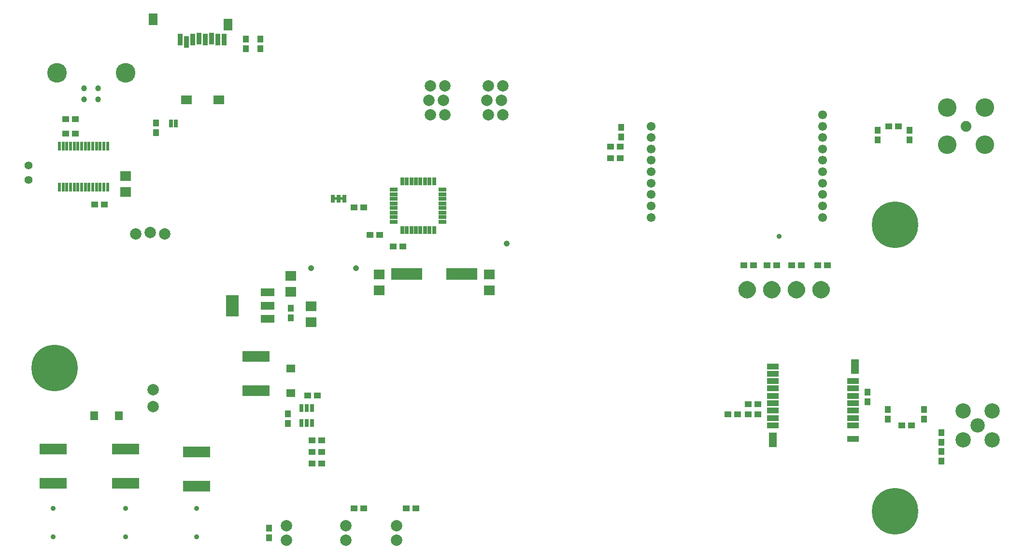
<source format=gbr>
G04 EAGLE Gerber RS-274X export*
G75*
%MOMM*%
%FSLAX34Y34*%
%LPD*%
%INSoldermask Top*%
%IPPOS*%
%AMOC8*
5,1,8,0,0,1.08239X$1,22.5*%
G01*
%ADD10R,1.227000X1.127000*%
%ADD11C,0.894081*%
%ADD12C,0.900000*%
%ADD13R,1.927000X1.727000*%
%ADD14R,1.127000X1.227000*%
%ADD15R,1.597000X1.397000*%
%ADD16R,0.527000X1.627000*%
%ADD17C,2.006600*%
%ADD18R,0.762000X1.397000*%
%ADD19R,4.827000X1.877000*%
%ADD20C,1.397000*%
%ADD21C,3.443000*%
%ADD22C,1.027000*%
%ADD23R,0.677000X1.327000*%
%ADD24C,1.549400*%
%ADD25R,2.362200X1.346200*%
%ADD26R,2.327000X3.727000*%
%ADD27R,1.397000X1.597000*%
%ADD28R,2.127000X1.047000*%
%ADD29R,1.427000X2.527000*%
%ADD30R,0.685800X1.397000*%
%ADD31R,1.397000X0.685800*%
%ADD32R,5.461000X2.057400*%
%ADD33C,3.253000*%
%ADD34C,1.882000*%
%ADD35C,2.527000*%
%ADD36C,2.677000*%
%ADD37R,1.527000X2.027000*%
%ADD38R,0.927000X2.127000*%
%ADD39R,1.927000X1.527000*%
%ADD40C,0.881000*%
%ADD41C,1.041400*%
%ADD42C,8.128000*%

G36*
X1371630Y459898D02*
X1371630Y459898D01*
X1371733Y459922D01*
X1371804Y459929D01*
X1374209Y460574D01*
X1374307Y460615D01*
X1374376Y460634D01*
X1376633Y461687D01*
X1376721Y461744D01*
X1376786Y461775D01*
X1378826Y463203D01*
X1378904Y463276D01*
X1378962Y463317D01*
X1380723Y465078D01*
X1380732Y465090D01*
X1380735Y465093D01*
X1380746Y465109D01*
X1380786Y465163D01*
X1380837Y465214D01*
X1382265Y467254D01*
X1382307Y467336D01*
X1382323Y467360D01*
X1382324Y467365D01*
X1382353Y467407D01*
X1383406Y469664D01*
X1383437Y469766D01*
X1383467Y469831D01*
X1384111Y472236D01*
X1384124Y472341D01*
X1384142Y472411D01*
X1384359Y474892D01*
X1384353Y474997D01*
X1384359Y475069D01*
X1384142Y477550D01*
X1384118Y477653D01*
X1384111Y477724D01*
X1383467Y480129D01*
X1383425Y480227D01*
X1383406Y480296D01*
X1382353Y482553D01*
X1382296Y482641D01*
X1382265Y482706D01*
X1380837Y484746D01*
X1380764Y484824D01*
X1380723Y484882D01*
X1378962Y486643D01*
X1378877Y486706D01*
X1378826Y486757D01*
X1376786Y488185D01*
X1376692Y488233D01*
X1376633Y488273D01*
X1374376Y489326D01*
X1374274Y489357D01*
X1374209Y489387D01*
X1371804Y490031D01*
X1371699Y490044D01*
X1371630Y490062D01*
X1369149Y490279D01*
X1369043Y490273D01*
X1368972Y490279D01*
X1366491Y490062D01*
X1366388Y490038D01*
X1366316Y490031D01*
X1363911Y489387D01*
X1363813Y489345D01*
X1363744Y489326D01*
X1361487Y488273D01*
X1361399Y488216D01*
X1361334Y488185D01*
X1359294Y486757D01*
X1359216Y486684D01*
X1359158Y486643D01*
X1357397Y484882D01*
X1357334Y484797D01*
X1357283Y484746D01*
X1355855Y482706D01*
X1355807Y482612D01*
X1355767Y482553D01*
X1354714Y480296D01*
X1354683Y480194D01*
X1354654Y480129D01*
X1354009Y477724D01*
X1353996Y477619D01*
X1353978Y477550D01*
X1353761Y475069D01*
X1353767Y474963D01*
X1353761Y474892D01*
X1353978Y472411D01*
X1354002Y472308D01*
X1354009Y472236D01*
X1354654Y469831D01*
X1354695Y469733D01*
X1354714Y469664D01*
X1355767Y467407D01*
X1355824Y467319D01*
X1355855Y467254D01*
X1357283Y465214D01*
X1357337Y465157D01*
X1357351Y465133D01*
X1357373Y465112D01*
X1357397Y465078D01*
X1359158Y463317D01*
X1359243Y463254D01*
X1359294Y463203D01*
X1361334Y461775D01*
X1361428Y461727D01*
X1361487Y461687D01*
X1363744Y460634D01*
X1363846Y460603D01*
X1363911Y460574D01*
X1366316Y459929D01*
X1366421Y459916D01*
X1366491Y459898D01*
X1368972Y459681D01*
X1369077Y459687D01*
X1369149Y459681D01*
X1371630Y459898D01*
G37*
G36*
X1328450Y459898D02*
X1328450Y459898D01*
X1328553Y459922D01*
X1328624Y459929D01*
X1331029Y460574D01*
X1331127Y460615D01*
X1331196Y460634D01*
X1333453Y461687D01*
X1333541Y461744D01*
X1333606Y461775D01*
X1335646Y463203D01*
X1335724Y463276D01*
X1335782Y463317D01*
X1337543Y465078D01*
X1337552Y465090D01*
X1337555Y465093D01*
X1337566Y465109D01*
X1337606Y465163D01*
X1337657Y465214D01*
X1339085Y467254D01*
X1339127Y467336D01*
X1339143Y467360D01*
X1339144Y467365D01*
X1339173Y467407D01*
X1340226Y469664D01*
X1340257Y469766D01*
X1340287Y469831D01*
X1340931Y472236D01*
X1340944Y472341D01*
X1340962Y472411D01*
X1341179Y474892D01*
X1341173Y474997D01*
X1341179Y475069D01*
X1340962Y477550D01*
X1340938Y477653D01*
X1340931Y477724D01*
X1340287Y480129D01*
X1340245Y480227D01*
X1340226Y480296D01*
X1339173Y482553D01*
X1339116Y482641D01*
X1339085Y482706D01*
X1337657Y484746D01*
X1337584Y484824D01*
X1337543Y484882D01*
X1335782Y486643D01*
X1335697Y486706D01*
X1335646Y486757D01*
X1333606Y488185D01*
X1333512Y488233D01*
X1333453Y488273D01*
X1331196Y489326D01*
X1331094Y489357D01*
X1331029Y489387D01*
X1328624Y490031D01*
X1328519Y490044D01*
X1328450Y490062D01*
X1325969Y490279D01*
X1325863Y490273D01*
X1325792Y490279D01*
X1323311Y490062D01*
X1323208Y490038D01*
X1323136Y490031D01*
X1320731Y489387D01*
X1320633Y489345D01*
X1320564Y489326D01*
X1318307Y488273D01*
X1318219Y488216D01*
X1318154Y488185D01*
X1316114Y486757D01*
X1316036Y486684D01*
X1315978Y486643D01*
X1314217Y484882D01*
X1314154Y484797D01*
X1314103Y484746D01*
X1312675Y482706D01*
X1312627Y482612D01*
X1312587Y482553D01*
X1311534Y480296D01*
X1311503Y480194D01*
X1311474Y480129D01*
X1310829Y477724D01*
X1310816Y477619D01*
X1310798Y477550D01*
X1310581Y475069D01*
X1310587Y474963D01*
X1310581Y474892D01*
X1310798Y472411D01*
X1310822Y472308D01*
X1310829Y472236D01*
X1311474Y469831D01*
X1311515Y469733D01*
X1311534Y469664D01*
X1312587Y467407D01*
X1312644Y467319D01*
X1312675Y467254D01*
X1314103Y465214D01*
X1314157Y465157D01*
X1314171Y465133D01*
X1314193Y465112D01*
X1314217Y465078D01*
X1315978Y463317D01*
X1316063Y463254D01*
X1316114Y463203D01*
X1318154Y461775D01*
X1318248Y461727D01*
X1318307Y461687D01*
X1320564Y460634D01*
X1320666Y460603D01*
X1320731Y460574D01*
X1323136Y459929D01*
X1323241Y459916D01*
X1323311Y459898D01*
X1325792Y459681D01*
X1325897Y459687D01*
X1325969Y459681D01*
X1328450Y459898D01*
G37*
G36*
X1457990Y459898D02*
X1457990Y459898D01*
X1458093Y459922D01*
X1458164Y459929D01*
X1460569Y460574D01*
X1460667Y460615D01*
X1460736Y460634D01*
X1462993Y461687D01*
X1463081Y461744D01*
X1463146Y461775D01*
X1465186Y463203D01*
X1465264Y463276D01*
X1465322Y463317D01*
X1467083Y465078D01*
X1467092Y465090D01*
X1467095Y465093D01*
X1467106Y465109D01*
X1467146Y465163D01*
X1467197Y465214D01*
X1468625Y467254D01*
X1468667Y467336D01*
X1468683Y467360D01*
X1468684Y467365D01*
X1468713Y467407D01*
X1469766Y469664D01*
X1469797Y469766D01*
X1469827Y469831D01*
X1470471Y472236D01*
X1470484Y472341D01*
X1470502Y472411D01*
X1470719Y474892D01*
X1470713Y474997D01*
X1470719Y475069D01*
X1470502Y477550D01*
X1470478Y477653D01*
X1470471Y477724D01*
X1469827Y480129D01*
X1469785Y480227D01*
X1469766Y480296D01*
X1468713Y482553D01*
X1468656Y482641D01*
X1468625Y482706D01*
X1467197Y484746D01*
X1467124Y484824D01*
X1467083Y484882D01*
X1465322Y486643D01*
X1465237Y486706D01*
X1465186Y486757D01*
X1463146Y488185D01*
X1463052Y488233D01*
X1462993Y488273D01*
X1460736Y489326D01*
X1460634Y489357D01*
X1460569Y489387D01*
X1458164Y490031D01*
X1458059Y490044D01*
X1457990Y490062D01*
X1455509Y490279D01*
X1455403Y490273D01*
X1455332Y490279D01*
X1452851Y490062D01*
X1452748Y490038D01*
X1452676Y490031D01*
X1450271Y489387D01*
X1450173Y489345D01*
X1450104Y489326D01*
X1447847Y488273D01*
X1447759Y488216D01*
X1447694Y488185D01*
X1445654Y486757D01*
X1445576Y486684D01*
X1445518Y486643D01*
X1443757Y484882D01*
X1443694Y484797D01*
X1443643Y484746D01*
X1442215Y482706D01*
X1442167Y482612D01*
X1442127Y482553D01*
X1441074Y480296D01*
X1441043Y480194D01*
X1441014Y480129D01*
X1440369Y477724D01*
X1440356Y477619D01*
X1440338Y477550D01*
X1440121Y475069D01*
X1440127Y474963D01*
X1440121Y474892D01*
X1440338Y472411D01*
X1440362Y472308D01*
X1440369Y472236D01*
X1441014Y469831D01*
X1441055Y469733D01*
X1441074Y469664D01*
X1442127Y467407D01*
X1442184Y467319D01*
X1442215Y467254D01*
X1443643Y465214D01*
X1443697Y465157D01*
X1443711Y465133D01*
X1443733Y465112D01*
X1443757Y465078D01*
X1445518Y463317D01*
X1445603Y463254D01*
X1445654Y463203D01*
X1447694Y461775D01*
X1447788Y461727D01*
X1447847Y461687D01*
X1450104Y460634D01*
X1450206Y460603D01*
X1450271Y460574D01*
X1452676Y459929D01*
X1452781Y459916D01*
X1452851Y459898D01*
X1455332Y459681D01*
X1455437Y459687D01*
X1455509Y459681D01*
X1457990Y459898D01*
G37*
G36*
X1414810Y459898D02*
X1414810Y459898D01*
X1414913Y459922D01*
X1414984Y459929D01*
X1417389Y460574D01*
X1417487Y460615D01*
X1417556Y460634D01*
X1419813Y461687D01*
X1419901Y461744D01*
X1419966Y461775D01*
X1422006Y463203D01*
X1422084Y463276D01*
X1422142Y463317D01*
X1423903Y465078D01*
X1423912Y465090D01*
X1423915Y465093D01*
X1423926Y465109D01*
X1423966Y465163D01*
X1424017Y465214D01*
X1425445Y467254D01*
X1425487Y467336D01*
X1425503Y467360D01*
X1425504Y467365D01*
X1425533Y467407D01*
X1426586Y469664D01*
X1426617Y469766D01*
X1426647Y469831D01*
X1427291Y472236D01*
X1427304Y472341D01*
X1427322Y472411D01*
X1427539Y474892D01*
X1427533Y474997D01*
X1427539Y475069D01*
X1427322Y477550D01*
X1427298Y477653D01*
X1427291Y477724D01*
X1426647Y480129D01*
X1426605Y480227D01*
X1426586Y480296D01*
X1425533Y482553D01*
X1425476Y482641D01*
X1425445Y482706D01*
X1424017Y484746D01*
X1423944Y484824D01*
X1423903Y484882D01*
X1422142Y486643D01*
X1422057Y486706D01*
X1422006Y486757D01*
X1419966Y488185D01*
X1419872Y488233D01*
X1419813Y488273D01*
X1417556Y489326D01*
X1417454Y489357D01*
X1417389Y489387D01*
X1414984Y490031D01*
X1414879Y490044D01*
X1414810Y490062D01*
X1412329Y490279D01*
X1412223Y490273D01*
X1412152Y490279D01*
X1409671Y490062D01*
X1409568Y490038D01*
X1409496Y490031D01*
X1407091Y489387D01*
X1406993Y489345D01*
X1406924Y489326D01*
X1404667Y488273D01*
X1404579Y488216D01*
X1404514Y488185D01*
X1402474Y486757D01*
X1402396Y486684D01*
X1402338Y486643D01*
X1400577Y484882D01*
X1400514Y484797D01*
X1400463Y484746D01*
X1399035Y482706D01*
X1398987Y482612D01*
X1398947Y482553D01*
X1397894Y480296D01*
X1397863Y480194D01*
X1397834Y480129D01*
X1397189Y477724D01*
X1397176Y477619D01*
X1397158Y477550D01*
X1396941Y475069D01*
X1396947Y474963D01*
X1396941Y474892D01*
X1397158Y472411D01*
X1397182Y472308D01*
X1397189Y472236D01*
X1397834Y469831D01*
X1397875Y469733D01*
X1397894Y469664D01*
X1398947Y467407D01*
X1399004Y467319D01*
X1399035Y467254D01*
X1400463Y465214D01*
X1400517Y465157D01*
X1400531Y465133D01*
X1400553Y465112D01*
X1400577Y465078D01*
X1402338Y463317D01*
X1402423Y463254D01*
X1402474Y463203D01*
X1404514Y461775D01*
X1404608Y461727D01*
X1404667Y461687D01*
X1406924Y460634D01*
X1407026Y460603D01*
X1407091Y460574D01*
X1409496Y459929D01*
X1409601Y459916D01*
X1409671Y459898D01*
X1412152Y459681D01*
X1412257Y459687D01*
X1412329Y459681D01*
X1414810Y459898D01*
G37*
G36*
X606490Y633107D02*
X606490Y633107D01*
X606556Y633109D01*
X606599Y633127D01*
X606646Y633135D01*
X606703Y633169D01*
X606763Y633194D01*
X606798Y633225D01*
X606839Y633250D01*
X606881Y633301D01*
X606929Y633345D01*
X606951Y633387D01*
X606980Y633424D01*
X607001Y633486D01*
X607032Y633545D01*
X607040Y633599D01*
X607052Y633636D01*
X607051Y633676D01*
X607059Y633730D01*
X607059Y636270D01*
X607048Y636335D01*
X607046Y636401D01*
X607028Y636444D01*
X607020Y636491D01*
X606986Y636548D01*
X606961Y636608D01*
X606930Y636643D01*
X606905Y636684D01*
X606854Y636726D01*
X606810Y636774D01*
X606768Y636796D01*
X606731Y636825D01*
X606669Y636846D01*
X606610Y636877D01*
X606556Y636885D01*
X606519Y636897D01*
X606479Y636896D01*
X606425Y636904D01*
X602615Y636904D01*
X602550Y636893D01*
X602484Y636891D01*
X602441Y636873D01*
X602394Y636865D01*
X602337Y636831D01*
X602277Y636806D01*
X602242Y636775D01*
X602201Y636750D01*
X602160Y636699D01*
X602111Y636655D01*
X602089Y636613D01*
X602060Y636576D01*
X602039Y636514D01*
X602008Y636455D01*
X602000Y636401D01*
X601988Y636364D01*
X601988Y636361D01*
X601989Y636324D01*
X601981Y636270D01*
X601981Y633730D01*
X601992Y633665D01*
X601994Y633599D01*
X602012Y633556D01*
X602020Y633509D01*
X602054Y633452D01*
X602079Y633392D01*
X602110Y633357D01*
X602135Y633316D01*
X602186Y633275D01*
X602230Y633226D01*
X602272Y633204D01*
X602309Y633175D01*
X602371Y633154D01*
X602430Y633123D01*
X602484Y633115D01*
X602521Y633103D01*
X602561Y633104D01*
X602615Y633096D01*
X606425Y633096D01*
X606490Y633107D01*
G37*
G36*
X616650Y633107D02*
X616650Y633107D01*
X616716Y633109D01*
X616759Y633127D01*
X616806Y633135D01*
X616863Y633169D01*
X616923Y633194D01*
X616958Y633225D01*
X616999Y633250D01*
X617041Y633301D01*
X617089Y633345D01*
X617111Y633387D01*
X617140Y633424D01*
X617161Y633486D01*
X617192Y633545D01*
X617200Y633599D01*
X617212Y633636D01*
X617211Y633676D01*
X617219Y633730D01*
X617219Y636270D01*
X617208Y636335D01*
X617206Y636401D01*
X617188Y636444D01*
X617180Y636491D01*
X617146Y636548D01*
X617121Y636608D01*
X617090Y636643D01*
X617065Y636684D01*
X617014Y636726D01*
X616970Y636774D01*
X616928Y636796D01*
X616891Y636825D01*
X616829Y636846D01*
X616770Y636877D01*
X616716Y636885D01*
X616679Y636897D01*
X616639Y636896D01*
X616585Y636904D01*
X612775Y636904D01*
X612710Y636893D01*
X612644Y636891D01*
X612601Y636873D01*
X612554Y636865D01*
X612497Y636831D01*
X612437Y636806D01*
X612402Y636775D01*
X612361Y636750D01*
X612320Y636699D01*
X612271Y636655D01*
X612249Y636613D01*
X612220Y636576D01*
X612199Y636514D01*
X612168Y636455D01*
X612160Y636401D01*
X612148Y636364D01*
X612148Y636361D01*
X612149Y636324D01*
X612141Y636270D01*
X612141Y633730D01*
X612152Y633665D01*
X612154Y633599D01*
X612172Y633556D01*
X612180Y633509D01*
X612214Y633452D01*
X612239Y633392D01*
X612270Y633357D01*
X612295Y633316D01*
X612346Y633275D01*
X612390Y633226D01*
X612432Y633204D01*
X612469Y633175D01*
X612531Y633154D01*
X612590Y633123D01*
X612644Y633115D01*
X612681Y633103D01*
X612721Y633104D01*
X612775Y633096D01*
X616585Y633096D01*
X616650Y633107D01*
G37*
D10*
X555380Y289560D03*
X572380Y289560D03*
D11*
X360680Y41040D03*
D12*
X360680Y91040D03*
D13*
X873760Y473680D03*
X873760Y501680D03*
X680720Y473680D03*
X680720Y501680D03*
D10*
X636660Y91440D03*
X653660Y91440D03*
D13*
X236220Y674400D03*
X236220Y646400D03*
D10*
X722240Y551180D03*
X705240Y551180D03*
X148200Y749300D03*
X131200Y749300D03*
D14*
X1104900Y743340D03*
X1104900Y760340D03*
X1536700Y278520D03*
X1536700Y295520D03*
X520700Y240420D03*
X520700Y257420D03*
D10*
X580000Y170180D03*
X563000Y170180D03*
D13*
X525780Y471140D03*
X525780Y499140D03*
X561340Y445800D03*
X561340Y417800D03*
D10*
X1590920Y762000D03*
X1573920Y762000D03*
D14*
X487680Y56760D03*
X487680Y39760D03*
D11*
X109220Y41040D03*
D12*
X109220Y91040D03*
D11*
X236220Y41040D03*
D12*
X236220Y91040D03*
D15*
X525780Y336460D03*
X525780Y293460D03*
D16*
X120310Y654630D03*
X126810Y654630D03*
X133310Y654630D03*
X139810Y654630D03*
X146310Y654630D03*
X152810Y654630D03*
X159310Y654630D03*
X165810Y654630D03*
X172310Y654630D03*
X178810Y654630D03*
X185310Y654630D03*
X191810Y654630D03*
X198310Y654630D03*
X204810Y654630D03*
X204810Y727130D03*
X198310Y727130D03*
X191810Y727130D03*
X185310Y727130D03*
X178810Y727130D03*
X172310Y727130D03*
X165810Y727130D03*
X159310Y727130D03*
X152810Y727130D03*
X146310Y727130D03*
X139810Y727130D03*
X133310Y727130D03*
X126810Y727130D03*
X120310Y727130D03*
D17*
X518160Y35560D03*
X518160Y60960D03*
X284480Y298958D03*
X284480Y270002D03*
X872490Y833120D03*
X869950Y807720D03*
X872490Y782320D03*
X897890Y833120D03*
X895350Y807720D03*
X897890Y782320D03*
X622300Y35560D03*
X622300Y60960D03*
X711200Y35560D03*
X711200Y60960D03*
D18*
X599440Y635000D03*
X609600Y635000D03*
X619760Y635000D03*
D19*
X464820Y297410D03*
X464820Y357910D03*
D14*
X1554480Y755260D03*
X1554480Y738260D03*
X1610360Y755260D03*
X1610360Y738260D03*
D19*
X109220Y195350D03*
X109220Y134850D03*
X236220Y195350D03*
X236220Y134850D03*
X360680Y190270D03*
X360680Y129770D03*
D10*
X580000Y210820D03*
X563000Y210820D03*
X653660Y619760D03*
X636660Y619760D03*
D20*
X66040Y693420D03*
X66040Y668020D03*
D21*
X236220Y855980D03*
X115820Y855980D03*
D22*
X188520Y828880D03*
X163520Y808880D03*
X188520Y808880D03*
X163520Y828880D03*
D23*
X563220Y267001D03*
X553720Y267001D03*
X544220Y267001D03*
X544220Y240999D03*
X563220Y240999D03*
X553720Y240999D03*
D24*
X1457960Y601980D03*
X1457960Y621980D03*
X1457960Y641980D03*
X1457960Y661980D03*
X1457960Y681980D03*
X1457960Y701980D03*
X1457960Y721980D03*
X1457960Y741980D03*
X1457960Y761980D03*
X1457960Y781980D03*
X1157960Y761980D03*
X1157960Y741980D03*
X1157960Y721980D03*
X1157960Y701980D03*
X1157960Y681980D03*
X1157960Y661980D03*
X1157960Y641980D03*
X1157960Y621980D03*
X1157960Y601980D03*
D25*
X485648Y423926D03*
X485648Y447040D03*
X485648Y470154D03*
D26*
X423670Y447040D03*
D27*
X224700Y254000D03*
X181700Y254000D03*
D28*
X1511300Y213360D03*
X1511300Y236710D03*
X1511300Y249660D03*
X1511300Y262610D03*
X1511300Y275560D03*
X1511300Y288510D03*
X1511300Y301460D03*
X1511300Y314410D03*
D29*
X1514800Y340060D03*
D28*
X1371300Y340310D03*
X1371300Y327360D03*
X1371300Y314410D03*
X1371300Y301460D03*
X1371300Y288510D03*
X1371300Y275560D03*
X1371300Y262610D03*
X1371300Y249660D03*
D29*
X1371300Y211060D03*
D28*
X1371300Y236710D03*
D30*
X721300Y579374D03*
X729300Y579374D03*
X737300Y579374D03*
X745300Y579374D03*
X753300Y579374D03*
X761300Y579374D03*
X769300Y579374D03*
X777300Y579374D03*
D31*
X792226Y594300D03*
X792226Y602300D03*
X792226Y610300D03*
X792226Y618300D03*
X792226Y626300D03*
X792226Y634300D03*
X792226Y642300D03*
X792226Y650300D03*
D30*
X777300Y665226D03*
X769300Y665226D03*
X761300Y665226D03*
X753300Y665226D03*
X745300Y665226D03*
X737300Y665226D03*
X729300Y665226D03*
X721300Y665226D03*
D31*
X706374Y650300D03*
X706374Y642300D03*
X706374Y634300D03*
X706374Y626300D03*
X706374Y618300D03*
X706374Y610300D03*
X706374Y602300D03*
X706374Y594300D03*
D32*
X825500Y502920D03*
X728980Y502920D03*
D33*
X1676400Y795020D03*
X1742400Y795020D03*
D34*
X1709400Y762020D03*
D33*
X1676400Y729020D03*
X1742400Y729020D03*
D10*
X1613780Y236710D03*
X1596780Y236710D03*
D14*
X1572260Y248040D03*
X1572260Y265040D03*
X1635760Y248040D03*
X1635760Y265040D03*
X447040Y915280D03*
X447040Y898280D03*
D18*
X324104Y767080D03*
X315976Y767080D03*
D14*
X289560Y767960D03*
X289560Y750960D03*
D35*
X1729740Y236710D03*
D36*
X1704340Y262110D03*
X1755140Y262110D03*
X1755140Y211310D03*
X1704340Y211310D03*
D14*
X1666240Y207400D03*
X1666240Y224400D03*
X1666240Y191380D03*
X1666240Y174380D03*
D10*
X664600Y571500D03*
X681600Y571500D03*
D14*
X525780Y442840D03*
X525780Y425840D03*
D10*
X148200Y774700D03*
X131200Y774700D03*
X1291980Y256540D03*
X1308980Y256540D03*
D14*
X472440Y898280D03*
X472440Y915280D03*
D10*
X182000Y624840D03*
X199000Y624840D03*
X1103240Y726440D03*
X1086240Y726440D03*
D37*
X284480Y949960D03*
X415980Y939960D03*
D38*
X408980Y913960D03*
X397980Y913960D03*
X386980Y915960D03*
X375980Y913960D03*
X364980Y915960D03*
X342980Y909960D03*
X353980Y913960D03*
D39*
X399980Y808460D03*
X342980Y808460D03*
D38*
X331980Y913960D03*
D17*
X304800Y572770D03*
X279400Y575310D03*
X254000Y572770D03*
D10*
X1344540Y256540D03*
X1327540Y256540D03*
X1103240Y706120D03*
X1086240Y706120D03*
X1420740Y518160D03*
X1403740Y518160D03*
X1466460Y518160D03*
X1449460Y518160D03*
X1336920Y518160D03*
X1319920Y518160D03*
X1377560Y518160D03*
X1360560Y518160D03*
X580000Y190500D03*
X563000Y190500D03*
X1344540Y274320D03*
X1327540Y274320D03*
X728100Y91440D03*
X745100Y91440D03*
D17*
X770890Y833120D03*
X768350Y807720D03*
X770890Y782320D03*
X796290Y833120D03*
X793750Y807720D03*
X796290Y782320D03*
D40*
X1381760Y568960D03*
D41*
X561340Y513080D03*
X904240Y556260D03*
X640080Y513080D03*
D42*
X111760Y337820D03*
X1584960Y86360D03*
X1584960Y589280D03*
M02*

</source>
